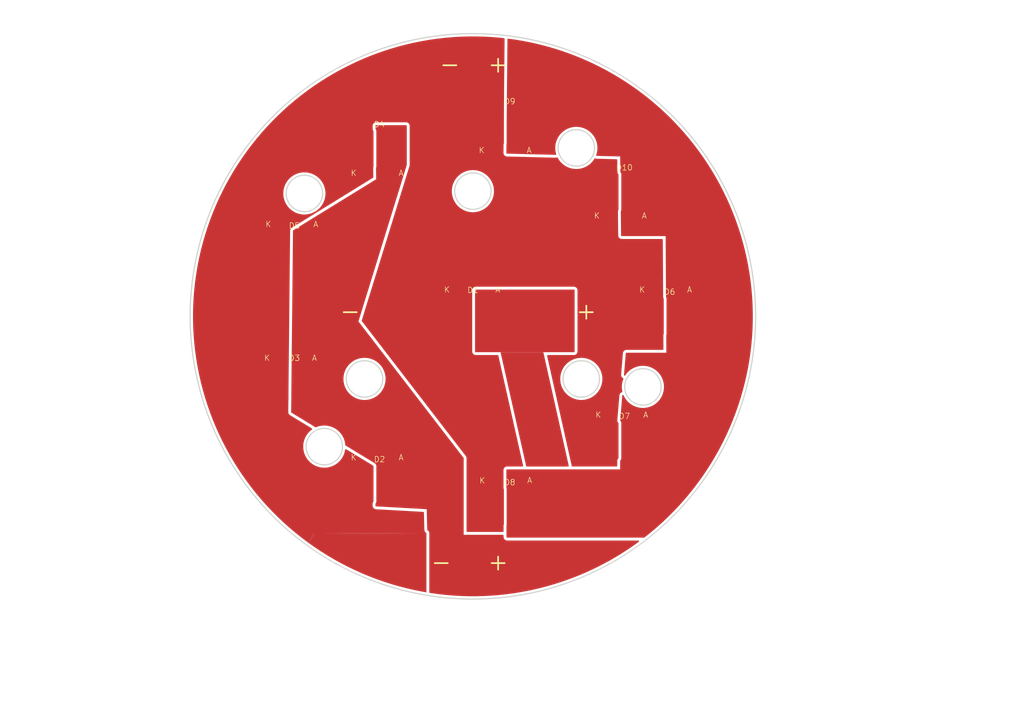
<source format=kicad_pcb>
(kicad_pcb (version 20241229) (generator "pcbnew") (generator_version "9.0")
  (layers (0 "F.Cu" signal) (2 "B.Cu" signal) (13 "F.Paste" user) (5 "F.SilkS" user "F.Silkscreen") (1 "F.Mask" user) (25 "Edge.Cuts" user))
  (net 0 "")
  (net 1 "/12V1")
  (net 2 "GND")
  (net 3 "/12V2")
  (net 4 "/12V3")
  (footprint "Diode_SMD:CREE_JU7070B_K" (layer "F.Cu") (at 155.9 113.48)
    (property "Reference" "D8" (at 3.7 -1.2 0) (layer "F.SilkS") (effects (font (thickness 0.1))))
    (property "Value" "LED")
    (fp_text user "A" (at 6.7 -0.98 0) (layer "F.SilkS") (effects (font (thickness 0.1)) (justify left bottom)))
    (pad "1" smd rect (at 1.325 3.1) (size 2.65 6.2) (layers "F.Cu" "F.Mask" "F.Paste") (net 2 "GND"))
    (pad "2" smd rect (at 4.915 3.1) (size 2.65 6.2) (layers "F.Cu" "F.Mask" "F.Paste") (net 3 "/12V2"))
  )
  (footprint "Diode_SMD:CREE_JU7070B_K" (layer "F.Cu") (at 176.05 58.15)
    (property "Reference" "D10" (at 3.7 -1.2 0) (layer "F.SilkS") (effects (font (thickness 0.1))))
    (property "Value" "LED")
    (fp_text user "A" (at 6.7 7.85 0) (layer "F.SilkS") (effects (font (thickness 0.1)) (justify left bottom)))
    (pad "1" smd rect (at 1.325 3.1) (size 2.65 6.2) (layers "F.Cu" "F.Mask" "F.Paste") (net 2 "GND"))
    (pad "2" smd rect (at 4.915 3.1) (size 2.65 6.2) (layers "F.Cu" "F.Mask" "F.Paste") (net 3 "/12V2"))
  )
  (footprint "Diode_SMD:CREE_JU7070B_K" (layer "F.Cu") (at 184 80)
    (property "Reference" "D6" (at 3.7 -1.2 0) (layer "F.SilkS") (effects (font (thickness 0.1))))
    (property "Value" "LED")
    (fp_text user "K" (at -1.7 -1 0) (layer "F.SilkS") (effects (font (thickness 0.1)) (justify left bottom)))
    (fp_text user "A" (at 6.7 -1 0) (layer "F.SilkS") (effects (font (thickness 0.1)) (justify left bottom)))
    (pad "1" smd rect (at 1.325 3.1) (size 2.65 6.2) (layers "F.Cu" "F.Mask" "F.Paste") (net 2 "GND"))
    (pad "2" smd rect (at 4.915 3.1) (size 2.65 6.2) (layers "F.Cu" "F.Mask" "F.Paste") (net 3 "/12V2"))
  )
  (footprint "Diode_SMD:CREE_JU7070B_K" (layer "F.Cu") (at 176.05 101.85)
    (property "Reference" "D7" (at 3.7 -1.2 0) (layer "F.SilkS") (effects (font (thickness 0.1))))
    (property "Value" "LED")
    (fp_text user "K" (at -1.45 -0.85 0) (layer "F.SilkS") (effects (font (thickness 0.1)) (justify left bottom)))
    (fp_text user "A" (at 6.95 -0.85 0) (layer "F.SilkS") (effects (font (thickness 0.1)) (justify left bottom)))
    (pad "1" smd rect (at 1.325 3.1) (size 2.65 6.2) (layers "F.Cu" "F.Mask" "F.Paste") (net 2 "GND"))
    (pad "2" smd rect (at 4.915 3.1) (size 2.65 6.2) (layers "F.Cu" "F.Mask" "F.Paste") (net 3 "/12V2"))
  )
  (footprint "Diode_SMD:CREE_JU7070B_K" (layer "F.Cu") (at 118.05 68.37)
    (property "Reference" "D5" (at 3.7 -1.2 0) (layer "F.SilkS") (effects (font (thickness 0.1))))
    (property "Value" "LED")
    (fp_text user "K" (at -1.45 -0.87 0) (layer "F.SilkS") (effects (font (thickness 0.1)) (justify left bottom)))
    (fp_text user "A" (at 6.95 -0.87 0) (layer "F.SilkS") (effects (font (thickness 0.1)) (justify left bottom)))
    (pad "1" smd rect (at 1.325 3.1) (size 2.65 6.2) (layers "F.Cu" "F.Mask" "F.Paste") (net 2 "GND"))
    (pad "2" smd rect (at 4.915 3.1) (size 2.65 6.2) (layers "F.Cu" "F.Mask" "F.Paste") (net 4 "/12V3"))
  )
  (footprint "Diode_SMD:CREE_JU7070B_K" (layer "F.Cu") (at 150 79.9)
    (property "Reference" "D1" (at 3.12 -1.4 0) (layer "F.SilkS") (effects (font (thickness 0.1))))
    (property "Value" "LED")
    (fp_text user "K" (at -2 -0.9 0) (layer "F.SilkS") (effects (font (thickness 0.1)) (justify left bottom)))
    (fp_text user "A" (at 7 -0.9 0) (layer "F.SilkS") (effects (font (thickness 0.1)) (justify left bottom)))
    (pad "1" smd rect (at 1.325 3.1) (size 2.65 6.2) (layers "F.Cu" "F.Mask" "F.Paste") (net 2 "GND"))
    (pad "2" smd rect (at 4.915 3.1) (size 2.65 6.2) (layers "F.Cu" "F.Mask" "F.Paste") (net 1 "/12V1"))
  )
  (footprint "Diode_SMD:CREE_JU7070B_K" (layer "F.Cu") (at 133 50.56)
    (property "Reference" "D4" (at 3.7 -1.2 0) (layer "F.SilkS") (effects (font (thickness 0.1))))
    (property "Value" "LED")
    (fp_text user "A" (at 7 7.94 0) (layer "F.SilkS") (effects (font (thickness 0.1)) (justify left bottom)))
    (fp_text user "K" (at -1.4 7.94 0) (layer "F.SilkS") (effects (font (thickness 0.1)) (justify left bottom)))
    (pad "1" smd rect (at 1.325 3.1) (size 2.65 6.2) (layers "F.Cu" "F.Mask" "F.Paste") (net 2 "GND"))
    (pad "2" smd rect (at 4.915 3.1) (size 2.65 6.2) (layers "F.Cu" "F.Mask" "F.Paste") (net 4 "/12V3"))
  )
  (footprint "Diode_SMD:CREE_JU7070B_K" (layer "F.Cu") (at 155.9 46.52)
    (property "Reference" "D9" (at 3.7 -1.2 0) (layer "F.SilkS") (effects (font (thickness 0.1))))
    (property "Value" "LED")
    (fp_text user "A" (at 6.6 7.98 0) (layer "F.SilkS") (effects (font (thickness 0.1)) (justify left bottom)))
    (fp_text user "K" (at -1.8 7.98 0) (layer "F.SilkS") (effects (font (thickness 0.1)) (justify left bottom)))
    (pad "1" smd rect (at 1.325 3.1) (size 2.65 6.2) (layers "F.Cu" "F.Mask" "F.Paste") (net 2 "GND"))
    (pad "2" smd rect (at 4.915 3.1) (size 2.65 6.2) (layers "F.Cu" "F.Mask" "F.Paste") (net 3 "/12V2"))
  )
  (footprint "Diode_SMD:CREE_JU7070B_K" (layer "F.Cu") (at 118.05 91.63)
    (property "Reference" "D3" (at 3.7 -1.2 0) (layer "F.SilkS") (effects (font (thickness 0.1))))
    (property "Value" "LED")
    (fp_text user "A" (at 6.725 -0.63 0) (layer "F.SilkS") (effects (font (thickness 0.1)) (justify left bottom)))
    (fp_text user "K" (at -1.675 -0.63 0) (layer "F.SilkS") (effects (font (thickness 0.1)) (justify left bottom)))
    (pad "1" smd rect (at 1.325 3.1) (size 2.65 6.2) (layers "F.Cu" "F.Mask" "F.Paste") (net 2 "GND"))
    (pad "2" smd rect (at 4.915 3.1) (size 2.65 6.2) (layers "F.Cu" "F.Mask" "F.Paste") (net 4 "/12V3"))
  )
  (footprint "Diode_SMD:CREE_JU7070B_K" (layer "F.Cu") (at 133 109.44)
    (property "Reference" "D2" (at 3.7 -1.2 0) (layer "F.SilkS") (effects (font (thickness 0.1))))
    (property "Value" "LED")
    (fp_text user "A" (at 7 -0.94 0) (layer "F.SilkS") (effects (font (thickness 0.1)) (justify left bottom)))
    (fp_text user "K" (at -1.4 -0.94 0) (layer "F.SilkS") (effects (font (thickness 0.1)) (justify left bottom)))
    (pad "1" smd rect (at 1.325 3.1) (size 2.65 6.2) (layers "F.Cu" "F.Mask" "F.Paste") (net 2 "GND"))
    (pad "2" smd rect (at 4.915 3.1) (size 2.65 6.2) (layers "F.Cu" "F.Mask" "F.Paste") (net 4 "/12V3"))
  )
  (gr_circle (center 183 95.5) (end 186.2 95.5) (stroke (width 0.2)) (fill no) (layer "Edge.Cuts"))
  (gr_circle (center 172.173 94.1) (end 175.373 94.1) (stroke (width 0.2)) (fill no) (layer "Edge.Cuts"))
  (gr_circle (center 134.067 94.1) (end 137.267 94.1) (stroke (width 0.2)) (fill no) (layer "Edge.Cuts"))
  (gr_circle (center 123.5 61.5) (end 126.7 61.5) (stroke (width 0.2)) (fill no) (layer "Edge.Cuts"))
  (gr_circle (center 171.3 53.5) (end 174.5 53.5) (stroke (width 0.2)) (fill no) (layer "Edge.Cuts"))
  (gr_circle (center 153.12 83.1) (end 202.82 83.1) (stroke (width 0.2)) (fill no) (layer "Edge.Cuts"))
  (gr_circle (center 127 106) (end 130.2 106) (stroke (width 0.2)) (fill no) (layer "Edge.Cuts"))
  (gr_circle (center 153.12 61.1) (end 156.32 61.1) (stroke (width 0.2)) (fill no) (layer "Edge.Cuts"))
  (gr_text "+" (at 155.5 128 0) (layer "F.SilkS") (effects (font (size 3 3) (thickness 0.3) (bold yes)) (justify left bottom)))
  (gr_text "-" (at 145.5 128 0) (layer "F.SilkS") (effects (font (size 3 3) (thickness 0.3) (bold yes)) (justify left bottom)))
  (gr_text "+" (at 171 83.9 0) (layer "F.SilkS") (effects (font (size 3 3) (thickness 0.3) (bold yes)) (justify left bottom)))
  (gr_text "-" (at 147 40.5 0) (layer "F.SilkS") (effects (font (size 3 3) (thickness 0.3) (bold yes)) (justify left bottom)))
  (gr_text "+" (at 155.5 40.5 0) (layer "F.SilkS") (effects (font (size 3 3) (thickness 0.3) (bold yes)) (justify left bottom)))
  (gr_text "K" (at 174.35 66 0) (layer "F.SilkS") (effects (font (size 1 1) (thickness 0.1)) (justify left bottom)))
  (gr_text "-" (at 129.5 83.9 0) (layer "F.SilkS") (effects (font (size 3 3) (thickness 0.3) (bold yes)) (justify left bottom)))
  (gr_text "K" (at 154.2 112.55 0) (layer "F.SilkS") (effects (font (size 1 1) (thickness 0.1)) (justify left bottom)))
  (zone (net 3) (net_name "/12V2") (layer "F.Cu") (priority 3) (connect_pads yes (clearance 0.5)) (min_thickness 0.25) (fill yes (thermal_gap 0.5) (thermal_bridge_width 0.5))
    (polygon (pts (xy 159.25 28.5) (xy 159 54.5) (xy 179 55) (xy 179.17 69) (xy 187 69) (xy 187.12 89.5) (xy 180 89.5) (xy 179 101.5) (xy 179 110) (xy 159 110) (xy 159.02 122) (xy 204 122) (xy 202 30)))
  )
  (zone (net 4) (net_name "/12V3") (layer "F.Cu") (priority 1) (connect_pads yes (clearance 0.5)) (min_thickness 0.25) (fill yes (thermal_gap 0.5) (thermal_bridge_width 0.5))
    (polygon (pts (xy 151 136.5) (xy 182.5 136) (xy 182.5 121.5) (xy 151.5 121.5) (xy 151.5 108) (xy 133 84) (xy 141.5 56.5) (xy 141.5 49.5) (xy 136 49.5) (xy 136.12 59) (xy 121.5 68) (xy 121.17 100) (xy 136 109) (xy 136 116.5) (xy 145 117) (xy 145.5 136.5)))
  )
  (zone (net 1) (net_name "/12V1") (layer "F.Cu") (priority 2) (connect_pads yes (clearance 0.5)) (min_thickness 0.25) (fill yes (thermal_gap 0.5) (thermal_bridge_width 0.5))
    (polygon (pts (xy 165.299108 88.502682) (xy 170 109.5) (xy 162.5 109.5) (xy 157.798107 88.602696)))
  )
  (zone (net 2) (net_name "GND") (layer "F.Cu") (priority 3) (connect_pads yes (clearance 0.5)) (min_thickness 0.25) (fill yes (thermal_gap 0.5) (thermal_bridge_width 0.5))
    (polygon (pts (xy 125.2 121.275) (xy 144.95 121.175) (xy 144.95 132.575) (xy 123.5 124.625) (xy 123.6 124.025)))
  )
  (zone (net 2) (net_name "GND") (layer "F.Cu") (connect_pads yes (clearance 0.5)) (min_thickness 0.25) (fill yes (thermal_gap 0.5) (thermal_bridge_width 0.5))
    (polygon (pts (xy 72.5 27.5) (xy 250 27.5) (xy 247.5 152.5) (xy 70 145)))
  )
  (zone (net 1) (net_name "/12V1") (layers "F.Cu" "B.Cu") (priority 5) (connect_pads yes (clearance 0.5)) (min_thickness 0.25) (fill yes (thermal_gap 0.5) (thermal_bridge_width 0.5))
    (polygon (pts (xy 153.5 78.4) (xy 171 78.4) (xy 171 89.4) (xy 153.5 89.4)))
  )
)
</source>
